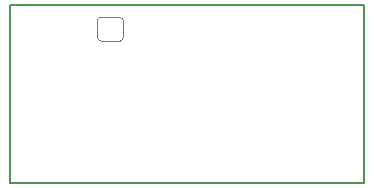
<source format=gbr>
%TF.GenerationSoftware,KiCad,Pcbnew,7.0.7-7.0.7~ubuntu23.04.1*%
%TF.CreationDate,2023-10-01T20:17:35+00:00*%
%TF.ProjectId,TFCO201,5446434f-3230-4312-9e6b-696361645f70,rev?*%
%TF.SameCoordinates,Original*%
%TF.FileFunction,Profile,NP*%
%FSLAX46Y46*%
G04 Gerber Fmt 4.6, Leading zero omitted, Abs format (unit mm)*
G04 Created by KiCad (PCBNEW 7.0.7-7.0.7~ubuntu23.04.1) date 2023-10-01 20:17:35*
%MOMM*%
%LPD*%
G01*
G04 APERTURE LIST*
%TA.AperFunction,Profile*%
%ADD10C,0.150000*%
%TD*%
%TA.AperFunction,Profile*%
%ADD11C,0.050000*%
%TD*%
G04 APERTURE END LIST*
D10*
X0Y15000000D02*
X30000000Y15000000D01*
X30000000Y0D01*
X0Y0D01*
X0Y15000000D01*
D11*
%TO.C,D2*%
X7400000Y12300000D02*
X7400000Y13700000D01*
X7700000Y14000000D02*
X9300000Y14000000D01*
X9300000Y12000000D02*
X7700000Y12000000D01*
X9600000Y13700000D02*
X9600000Y12300000D01*
X7700000Y14000000D02*
G75*
G03*
X7400000Y13700000I0J-300000D01*
G01*
X7400000Y12300000D02*
G75*
G03*
X7700000Y12000000I300000J0D01*
G01*
X9600000Y13700000D02*
G75*
G03*
X9300000Y14000000I-300000J0D01*
G01*
X9300000Y12000000D02*
G75*
G03*
X9600000Y12300000I0J300000D01*
G01*
%TD*%
M02*

</source>
